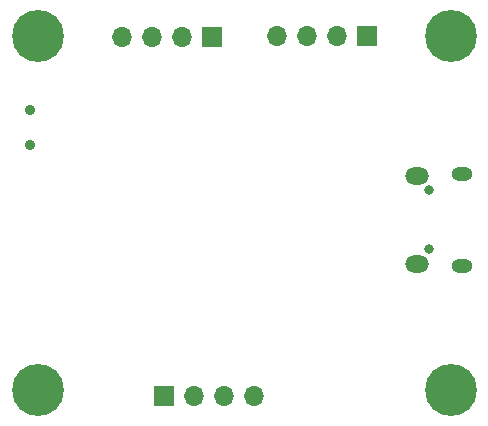
<source format=gbr>
%TF.GenerationSoftware,KiCad,Pcbnew,(6.0.5)*%
%TF.CreationDate,2023-02-15T13:04:29-08:00*%
%TF.ProjectId,STM32tut,53544d33-3274-4757-942e-6b696361645f,rev?*%
%TF.SameCoordinates,Original*%
%TF.FileFunction,Soldermask,Bot*%
%TF.FilePolarity,Negative*%
%FSLAX46Y46*%
G04 Gerber Fmt 4.6, Leading zero omitted, Abs format (unit mm)*
G04 Created by KiCad (PCBNEW (6.0.5)) date 2023-02-15 13:04:29*
%MOMM*%
%LPD*%
G01*
G04 APERTURE LIST*
%ADD10C,0.900000*%
%ADD11R,1.700000X1.700000*%
%ADD12O,1.700000X1.700000*%
%ADD13C,4.400000*%
%ADD14O,0.800000X0.800000*%
%ADD15O,1.800000X1.150000*%
%ADD16O,2.000000X1.450000*%
G04 APERTURE END LIST*
D10*
%TO.C,SW1*%
X119345000Y-74300000D03*
X119345000Y-71300000D03*
%TD*%
D11*
%TO.C,J1*%
X134800000Y-65100000D03*
D12*
X132260000Y-65100000D03*
X129720000Y-65100000D03*
X127180000Y-65100000D03*
%TD*%
D13*
%TO.C,H4*%
X155000000Y-95000000D03*
%TD*%
D11*
%TO.C,J2*%
X130700000Y-95500000D03*
D12*
X133240000Y-95500000D03*
X135780000Y-95500000D03*
X138320000Y-95500000D03*
%TD*%
D11*
%TO.C,J3*%
X147900000Y-65000000D03*
D12*
X145360000Y-65000000D03*
X142820000Y-65000000D03*
X140280000Y-65000000D03*
%TD*%
D13*
%TO.C,H1*%
X155000000Y-65000000D03*
%TD*%
%TO.C,H2*%
X120000000Y-65000000D03*
%TD*%
D14*
%TO.C,J4*%
X153145000Y-78100000D03*
X153145000Y-83100000D03*
D15*
X155895000Y-76725000D03*
D16*
X152095000Y-76875000D03*
X152095000Y-84325000D03*
D15*
X155895000Y-84475000D03*
%TD*%
D13*
%TO.C,H3*%
X120000000Y-95000000D03*
%TD*%
M02*

</source>
